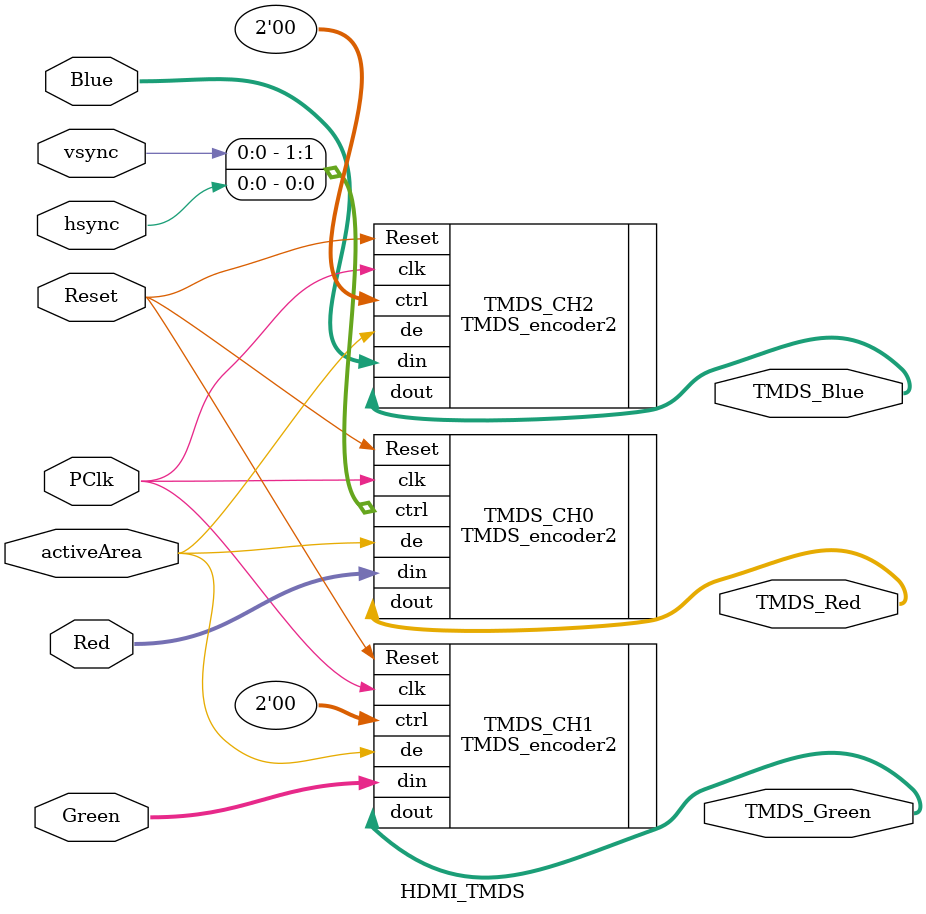
<source format=v>
`timescale 1ns / 1ps


module HDMI_TMDS(
    input       PClk,
    input       Reset,
    input [7:0] Red,
    input [7:0] Green,
    input [7:0] Blue,
    input       vsync,
    input       hsync,
    input       activeArea,     // send hardcoded control signals on channel 0 when activeArea is low
    
    output [9:0] TMDS_Red,
    output [9:0] TMDS_Green,
    output [9:0] TMDS_Blue
    );
    
    TMDS_encoder2 TMDS_CH0(     // Channel 0, Red and Timing
        .clk(PClk),
        .Reset(Reset),
        .de(activeArea),
        .ctrl({vsync,hsync}),       // timing signals encoded only on channel 0
        .din(Red),
        .dout(TMDS_Red)
    );
    
    TMDS_encoder2 TMDS_CH1(    // Channel 1, Green
        .clk(PClk),
        .Reset(Reset),
        .de(activeArea),
        .ctrl(2'b0),
        .din(Green),
        .dout(TMDS_Green)
    );
    
    TMDS_encoder2 TMDS_CH2(    // Channel 2, Blue
        .clk(PClk),
        .Reset(Reset),
        .de(activeArea),
        .ctrl(2'b0),
        .din(Blue),
        .dout(TMDS_Blue)
    );
    
endmodule

</source>
